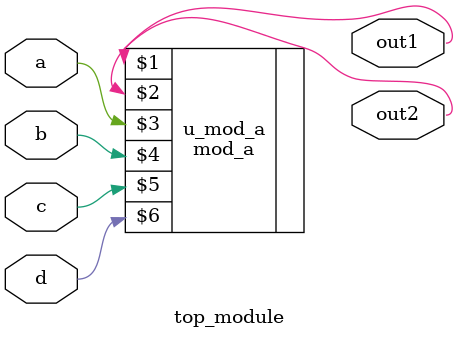
<source format=v>
module top_module ( 
    input a, 
    input b, 
    input c,
    input d,
    output out1,
    output out2
);
mod_a u_mod_a(
    out1,
    out2,
    a,
    b,
    c,
    d

);
endmodule

</source>
